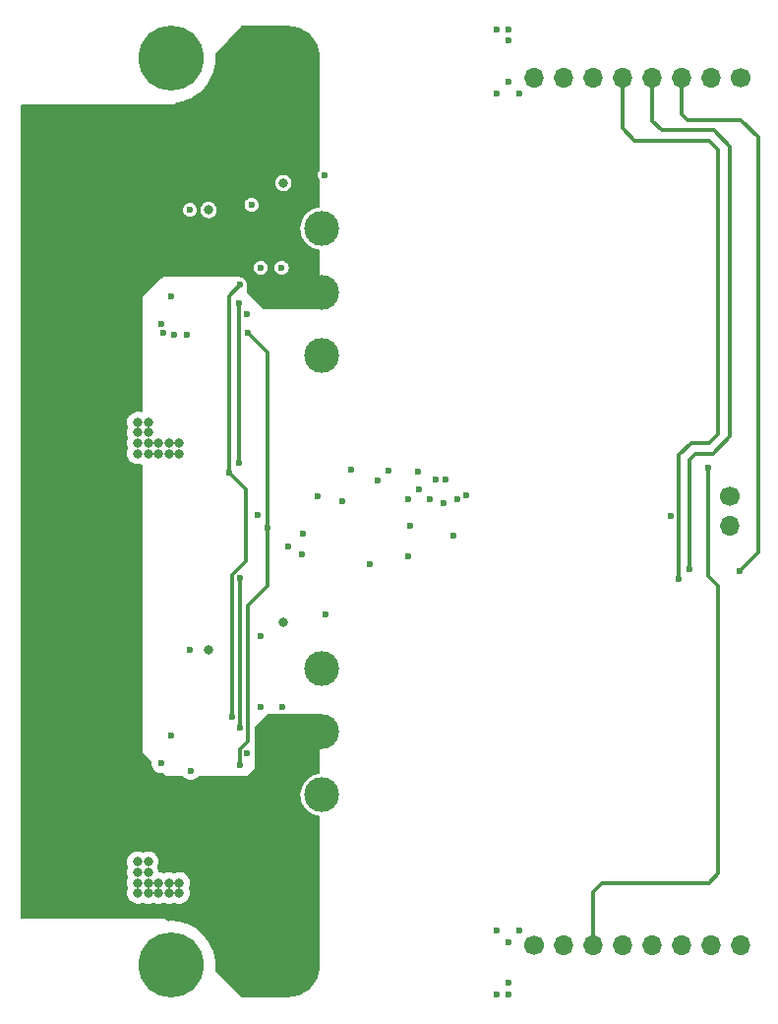
<source format=gbr>
%TF.GenerationSoftware,KiCad,Pcbnew,(6.0.1-0)*%
%TF.CreationDate,2024-02-14T13:59:27+01:00*%
%TF.ProjectId,dcload-power-board,64636c6f-6164-42d7-906f-7765722d626f,rev?*%
%TF.SameCoordinates,Original*%
%TF.FileFunction,Copper,L4,Bot*%
%TF.FilePolarity,Positive*%
%FSLAX46Y46*%
G04 Gerber Fmt 4.6, Leading zero omitted, Abs format (unit mm)*
G04 Created by KiCad (PCBNEW (6.0.1-0)) date 2024-02-14 13:59:27*
%MOMM*%
%LPD*%
G01*
G04 APERTURE LIST*
%TA.AperFunction,ComponentPad*%
%ADD10C,3.000000*%
%TD*%
%TA.AperFunction,ComponentPad*%
%ADD11C,5.600000*%
%TD*%
%TA.AperFunction,ComponentPad*%
%ADD12C,1.700000*%
%TD*%
%TA.AperFunction,ComponentPad*%
%ADD13O,1.700000X1.700000*%
%TD*%
%TA.AperFunction,ViaPad*%
%ADD14C,0.600000*%
%TD*%
%TA.AperFunction,ViaPad*%
%ADD15C,0.800000*%
%TD*%
%TA.AperFunction,Conductor*%
%ADD16C,0.300000*%
%TD*%
G04 APERTURE END LIST*
D10*
%TO.P,Q200,1,G*%
%TO.N,/2. Current Sink 1/GATE*%
X126920000Y-70650000D03*
%TO.P,Q200,2,D*%
%TO.N,IN+*%
X126920000Y-76100000D03*
%TO.P,Q200,3,S*%
%TO.N,/2. Current Sink 1/SOURCE*%
X126920000Y-81550000D03*
%TD*%
D11*
%TO.P,H105,1,1*%
%TO.N,IN+*%
X124000000Y-134000000D03*
%TD*%
%TO.P,H106,1,1*%
%TO.N,GND*%
X114000000Y-134000000D03*
%TD*%
%TO.P,H104,1,1*%
%TO.N,GND*%
X114000000Y-56000000D03*
%TD*%
D10*
%TO.P,Q300,1,G*%
%TO.N,/3. Current Sink 2/GATE*%
X126920000Y-108450000D03*
%TO.P,Q300,2,D*%
%TO.N,IN+*%
X126920000Y-113900000D03*
%TO.P,Q300,3,S*%
%TO.N,/3. Current Sink 2/SOURCE*%
X126920000Y-119350000D03*
%TD*%
D11*
%TO.P,H103,1,1*%
%TO.N,IN+*%
X124000000Y-56000000D03*
%TD*%
D12*
%TO.P,J103,1,Pin_1*%
%TO.N,/NTC*%
X162037500Y-93692500D03*
D13*
%TO.P,J103,2,Pin_2*%
%TO.N,GND*%
X162037500Y-96232500D03*
%TD*%
D12*
%TO.P,J100,1,Pin_1*%
%TO.N,/NTC*%
X163000000Y-57700000D03*
D13*
%TO.P,J100,2,Pin_2*%
%TO.N,GND*%
X160460000Y-57700000D03*
%TO.P,J100,3,Pin_3*%
%TO.N,/EN*%
X157920000Y-57700000D03*
%TO.P,J100,4,Pin_4*%
%TO.N,/ISET*%
X155380000Y-57700000D03*
%TO.P,J100,5,Pin_5*%
%TO.N,/ISEN2*%
X152840000Y-57700000D03*
%TO.P,J100,6,Pin_6*%
%TO.N,/ISEN1*%
X150300000Y-57700000D03*
%TO.P,J100,7,Pin_7*%
%TO.N,GND*%
X147760000Y-57700000D03*
%TO.P,J100,8,Pin_8*%
%TO.N,+12V*%
X145220000Y-57700000D03*
%TD*%
D12*
%TO.P,J101,1,Pin_1*%
%TO.N,+12V*%
X145220000Y-132300000D03*
D13*
%TO.P,J101,2,Pin_2*%
%TO.N,GND*%
X147760000Y-132300000D03*
%TO.P,J101,3,Pin_3*%
%TO.N,/ISEN1*%
X150300000Y-132300000D03*
%TO.P,J101,4,Pin_4*%
%TO.N,/ISEN2*%
X152840000Y-132300000D03*
%TO.P,J101,5,Pin_5*%
%TO.N,/ISET*%
X155380000Y-132300000D03*
%TO.P,J101,6,Pin_6*%
%TO.N,/EN*%
X157920000Y-132300000D03*
%TO.P,J101,7,Pin_7*%
%TO.N,GND*%
X160460000Y-132300000D03*
%TO.P,J101,8,Pin_8*%
%TO.N,/NTC*%
X163000000Y-132300000D03*
%TD*%
D14*
%TO.N,+5V*%
X136250000Y-93900000D03*
X135350000Y-93100000D03*
X123530000Y-111800000D03*
X123500000Y-74000000D03*
X134400000Y-93900000D03*
%TO.N,+12V*%
X114000000Y-76450000D03*
X143000000Y-132000000D03*
X132700000Y-91500000D03*
X124090000Y-98020000D03*
X142000000Y-59000000D03*
X115612500Y-106850000D03*
X114000000Y-114250000D03*
X143000000Y-58000000D03*
X131800000Y-92300000D03*
X144000000Y-59000000D03*
X142000000Y-131000000D03*
X125260000Y-98700000D03*
X139400000Y-93600000D03*
X138600000Y-93900000D03*
X144000000Y-131000000D03*
X115612500Y-69050000D03*
%TO.N,EA_OFFSET*%
X120600000Y-79600000D03*
X122300000Y-96400000D03*
X119925000Y-116750000D03*
%TO.N,/EN*%
X162900000Y-100100000D03*
%TO.N,/ISET*%
X158600000Y-99900000D03*
%TO.N,/ISEN2*%
X157700000Y-100750000D03*
X119925000Y-113524500D03*
X119925000Y-100700000D03*
%TO.N,/ISEN1*%
X119850000Y-90800000D03*
X119850000Y-77075000D03*
X160200000Y-91200000D03*
%TO.N,/ISET_BUF*%
X119925000Y-75475500D03*
X118950000Y-91650000D03*
X119275000Y-112600000D03*
D15*
%TO.N,GND*%
X112000000Y-90000000D03*
X112000000Y-89100000D03*
D14*
X126600000Y-93700000D03*
X136800000Y-92200000D03*
D15*
X112900000Y-127800000D03*
D14*
X134600000Y-96200000D03*
D15*
X111100000Y-89100000D03*
D14*
X142000000Y-136500000D03*
X115300000Y-79775000D03*
D15*
X112900000Y-126900000D03*
X112000000Y-88200000D03*
D14*
X143000000Y-54500000D03*
X115675000Y-117250000D03*
D15*
X112000000Y-125100000D03*
D14*
X127225000Y-66025000D03*
D15*
X113800000Y-89100000D03*
D14*
X137650000Y-92250000D03*
X127255000Y-103825000D03*
D15*
X112000000Y-126900000D03*
X114700000Y-126900000D03*
D14*
X120525000Y-115800000D03*
D15*
X111100000Y-126900000D03*
D14*
X142000000Y-53500000D03*
X143000000Y-53500000D03*
X125300000Y-96900000D03*
D15*
X123650000Y-66725000D03*
D14*
X135200000Y-91525000D03*
X113325000Y-79600000D03*
D15*
X113800000Y-127800000D03*
D14*
X131120000Y-99490000D03*
D15*
X111100000Y-90000000D03*
X111100000Y-88200000D03*
D14*
X120900000Y-68600000D03*
X128750000Y-94070000D03*
X114275000Y-79775000D03*
X121730000Y-111800000D03*
X129500000Y-91400000D03*
X113100000Y-78850000D03*
X120525000Y-78000000D03*
D15*
X112000000Y-127800000D03*
X112000000Y-126000000D03*
D14*
X157000000Y-95350000D03*
D15*
X111100000Y-87300000D03*
X112000000Y-87300000D03*
X117212500Y-69050000D03*
D14*
X138300000Y-97050000D03*
X113100000Y-116650000D03*
D15*
X117212500Y-106850000D03*
D14*
X134400000Y-98800000D03*
D15*
X112900000Y-90000000D03*
X111100000Y-127800000D03*
D14*
X121400000Y-95300000D03*
D15*
X114700000Y-89100000D03*
D14*
X143000000Y-136500000D03*
X121650000Y-105675000D03*
D15*
X111100000Y-126000000D03*
D14*
X121700000Y-74000000D03*
X143000000Y-135500000D03*
D15*
X113800000Y-126900000D03*
X113800000Y-90000000D03*
D14*
X137400000Y-94250000D03*
D15*
X114700000Y-90000000D03*
X114700000Y-127800000D03*
X123680000Y-104525000D03*
X112900000Y-89100000D03*
X111100000Y-125100000D03*
%TD*%
D16*
%TO.N,EA_OFFSET*%
X120600000Y-114750000D02*
X119925000Y-115425000D01*
X122300000Y-96400000D02*
X122300000Y-101350000D01*
X122300000Y-81300000D02*
X120600000Y-79600000D01*
X120600000Y-103050000D02*
X120600000Y-114750000D01*
X119925000Y-115425000D02*
X119925000Y-116750000D01*
X122300000Y-96400000D02*
X122300000Y-81300000D01*
X122300000Y-101350000D02*
X120600000Y-103050000D01*
%TO.N,/EN*%
X164500000Y-98500000D02*
X164500000Y-62800000D01*
X158400000Y-61300000D02*
X157920000Y-60820000D01*
X162900000Y-100100000D02*
X164500000Y-98500000D01*
X163000000Y-61300000D02*
X158400000Y-61300000D01*
X157920000Y-60820000D02*
X157920000Y-57700000D01*
X164500000Y-62800000D02*
X163000000Y-61300000D01*
%TO.N,/ISET*%
X162100000Y-88500000D02*
X162100000Y-63600000D01*
X160600000Y-90000000D02*
X162100000Y-88500000D01*
X158600000Y-90500000D02*
X159100000Y-90000000D01*
X159100000Y-90000000D02*
X160600000Y-90000000D01*
X158600000Y-99900000D02*
X158600000Y-90500000D01*
X162100000Y-63600000D02*
X160700000Y-62200000D01*
X155380000Y-61380000D02*
X155380000Y-57700000D01*
X156200000Y-62200000D02*
X155380000Y-61380000D01*
X160700000Y-62200000D02*
X156200000Y-62200000D01*
%TO.N,/ISEN2*%
X157700000Y-100750000D02*
X157700000Y-90150000D01*
X119925000Y-100700000D02*
X119925000Y-113524500D01*
X161100000Y-63900000D02*
X160300000Y-63100000D01*
X161100000Y-88300000D02*
X161100000Y-63900000D01*
X157700000Y-90150000D02*
X158750000Y-89100000D01*
X160300000Y-89100000D02*
X161100000Y-88300000D01*
X153900000Y-63100000D02*
X152840000Y-62040000D01*
X160300000Y-63100000D02*
X153900000Y-63100000D01*
X158750000Y-89100000D02*
X160300000Y-89100000D01*
X152840000Y-62040000D02*
X152840000Y-57700000D01*
%TO.N,/ISEN1*%
X160300000Y-126900000D02*
X151100000Y-126900000D01*
X119850000Y-77075000D02*
X119850000Y-90800000D01*
X161100000Y-101400000D02*
X161100000Y-126100000D01*
X150300000Y-127700000D02*
X150300000Y-132300000D01*
X161100000Y-126100000D02*
X160300000Y-126900000D01*
X151100000Y-126900000D02*
X150300000Y-127700000D01*
X160200000Y-100500000D02*
X161100000Y-101400000D01*
X160200000Y-91200000D02*
X160200000Y-100500000D01*
%TO.N,/ISET_BUF*%
X120400000Y-99275000D02*
X120400000Y-93100000D01*
X119925000Y-75475500D02*
X118950000Y-76450500D01*
X119275000Y-100400000D02*
X120400000Y-99275000D01*
X119275000Y-112600000D02*
X119275000Y-100400000D01*
X120400000Y-93100000D02*
X118950000Y-91650000D01*
X118950000Y-76450500D02*
X118950000Y-91650000D01*
%TD*%
%TA.AperFunction,Conductor*%
%TO.N,IN+*%
G36*
X126800000Y-65541862D02*
G01*
X126780038Y-65616362D01*
X126769210Y-65632567D01*
X126700464Y-65722159D01*
X126639956Y-65868238D01*
X126619318Y-66025000D01*
X126620593Y-66034685D01*
X126635977Y-66151535D01*
X126639956Y-66181762D01*
X126700464Y-66327841D01*
X126706410Y-66335590D01*
X126769210Y-66417433D01*
X126798725Y-66488690D01*
X126800000Y-66508138D01*
X126800000Y-68719054D01*
X126780038Y-68793554D01*
X126725500Y-68848092D01*
X126671093Y-68866693D01*
X126544605Y-68883907D01*
X126539301Y-68885453D01*
X126539296Y-68885454D01*
X126292985Y-68957246D01*
X126292977Y-68957249D01*
X126287683Y-68958792D01*
X126250521Y-68975924D01*
X126068357Y-69059903D01*
X126044652Y-69070831D01*
X125971808Y-69118590D01*
X125825481Y-69214526D01*
X125825477Y-69214529D01*
X125820851Y-69217562D01*
X125621197Y-69395760D01*
X125450075Y-69601512D01*
X125417204Y-69655682D01*
X125314113Y-69825569D01*
X125314110Y-69825576D01*
X125311244Y-69830298D01*
X125207755Y-70077091D01*
X125141881Y-70336470D01*
X125115070Y-70602736D01*
X125127909Y-70870041D01*
X125180118Y-71132512D01*
X125270549Y-71384383D01*
X125397215Y-71620121D01*
X125557335Y-71834547D01*
X125747390Y-72022950D01*
X125751843Y-72026215D01*
X125751850Y-72026221D01*
X125958743Y-72177921D01*
X125958749Y-72177925D01*
X125963205Y-72181192D01*
X125968098Y-72183766D01*
X125968099Y-72183767D01*
X126195142Y-72303221D01*
X126195147Y-72303223D01*
X126200039Y-72305797D01*
X126205260Y-72307620D01*
X126205264Y-72307622D01*
X126306421Y-72342947D01*
X126452690Y-72394026D01*
X126542473Y-72411072D01*
X126678793Y-72436954D01*
X126748262Y-72470462D01*
X126791669Y-72534216D01*
X126800000Y-72583339D01*
X126800000Y-77451000D01*
X126780038Y-77525500D01*
X126725500Y-77580038D01*
X126651000Y-77600000D01*
X121964748Y-77600000D01*
X121890248Y-77580038D01*
X121855821Y-77552665D01*
X120540073Y-76142935D01*
X120503834Y-76074851D01*
X120500000Y-76041270D01*
X120500000Y-75684438D01*
X120505077Y-75645876D01*
X120506308Y-75641282D01*
X120510044Y-75632262D01*
X120530682Y-75475500D01*
X120510044Y-75318738D01*
X120449536Y-75172659D01*
X120353282Y-75047218D01*
X120227841Y-74950964D01*
X120081762Y-74890456D01*
X120072081Y-74889181D01*
X120072079Y-74889181D01*
X120051091Y-74886418D01*
X120037599Y-74884642D01*
X119961658Y-74851382D01*
X119915069Y-74812557D01*
X119915068Y-74812556D01*
X119900000Y-74800000D01*
X113300000Y-74800000D01*
X113292367Y-74807301D01*
X113146082Y-74947226D01*
X111500000Y-76521739D01*
X111500000Y-74000000D01*
X121094318Y-74000000D01*
X121114956Y-74156762D01*
X121175464Y-74302841D01*
X121271718Y-74428282D01*
X121397159Y-74524536D01*
X121543238Y-74585044D01*
X121552919Y-74586319D01*
X121552921Y-74586319D01*
X121690315Y-74604407D01*
X121700000Y-74605682D01*
X121709685Y-74604407D01*
X121847079Y-74586319D01*
X121847081Y-74586319D01*
X121856762Y-74585044D01*
X122002841Y-74524536D01*
X122128282Y-74428282D01*
X122224536Y-74302841D01*
X122285044Y-74156762D01*
X122305682Y-74000000D01*
X122894318Y-74000000D01*
X122914956Y-74156762D01*
X122975464Y-74302841D01*
X123071718Y-74428282D01*
X123197159Y-74524536D01*
X123343238Y-74585044D01*
X123352919Y-74586319D01*
X123352921Y-74586319D01*
X123490315Y-74604407D01*
X123500000Y-74605682D01*
X123509685Y-74604407D01*
X123647079Y-74586319D01*
X123647081Y-74586319D01*
X123656762Y-74585044D01*
X123802841Y-74524536D01*
X123928282Y-74428282D01*
X124024536Y-74302841D01*
X124085044Y-74156762D01*
X124105682Y-74000000D01*
X124085044Y-73843238D01*
X124024536Y-73697159D01*
X123928282Y-73571718D01*
X123802841Y-73475464D01*
X123656762Y-73414956D01*
X123647081Y-73413681D01*
X123647079Y-73413681D01*
X123509685Y-73395593D01*
X123500000Y-73394318D01*
X123490315Y-73395593D01*
X123352921Y-73413681D01*
X123352919Y-73413681D01*
X123343238Y-73414956D01*
X123197159Y-73475464D01*
X123071718Y-73571718D01*
X122975464Y-73697159D01*
X122914956Y-73843238D01*
X122894318Y-74000000D01*
X122305682Y-74000000D01*
X122285044Y-73843238D01*
X122224536Y-73697159D01*
X122128282Y-73571718D01*
X122002841Y-73475464D01*
X121856762Y-73414956D01*
X121847081Y-73413681D01*
X121847079Y-73413681D01*
X121709685Y-73395593D01*
X121700000Y-73394318D01*
X121690315Y-73395593D01*
X121552921Y-73413681D01*
X121552919Y-73413681D01*
X121543238Y-73414956D01*
X121397159Y-73475464D01*
X121271718Y-73571718D01*
X121175464Y-73697159D01*
X121114956Y-73843238D01*
X121094318Y-74000000D01*
X111500000Y-74000000D01*
X111500000Y-69050000D01*
X115006818Y-69050000D01*
X115008093Y-69059685D01*
X115024765Y-69186319D01*
X115027456Y-69206762D01*
X115031193Y-69215784D01*
X115038173Y-69232634D01*
X115087964Y-69352841D01*
X115184218Y-69478282D01*
X115309659Y-69574536D01*
X115455738Y-69635044D01*
X115465419Y-69636319D01*
X115465421Y-69636319D01*
X115602815Y-69654407D01*
X115612500Y-69655682D01*
X115622185Y-69654407D01*
X115759579Y-69636319D01*
X115759581Y-69636319D01*
X115769262Y-69635044D01*
X115915341Y-69574536D01*
X116040782Y-69478282D01*
X116137036Y-69352841D01*
X116186828Y-69232634D01*
X116193807Y-69215784D01*
X116197544Y-69206762D01*
X116200236Y-69186319D01*
X116214943Y-69074603D01*
X116223336Y-69054340D01*
X116219774Y-69041044D01*
X116501356Y-69041044D01*
X116510768Y-69077700D01*
X116525499Y-69211135D01*
X116528587Y-69219572D01*
X116528587Y-69219574D01*
X116536417Y-69240969D01*
X116583766Y-69370356D01*
X116588775Y-69377811D01*
X116588776Y-69377812D01*
X116656289Y-69478282D01*
X116678330Y-69511083D01*
X116684972Y-69517126D01*
X116684973Y-69517128D01*
X116773033Y-69597256D01*
X116803733Y-69625191D01*
X116811628Y-69629478D01*
X116811630Y-69629479D01*
X116944844Y-69701808D01*
X116944847Y-69701809D01*
X116952735Y-69706092D01*
X116990243Y-69715932D01*
X117108049Y-69746838D01*
X117108051Y-69746838D01*
X117116733Y-69749116D01*
X117125709Y-69749257D01*
X117277281Y-69751638D01*
X117286260Y-69751779D01*
X117451529Y-69713928D01*
X117602998Y-69637747D01*
X117624779Y-69619144D01*
X117725094Y-69533467D01*
X117725096Y-69533465D01*
X117731923Y-69527634D01*
X117772954Y-69470533D01*
X117825624Y-69397236D01*
X117825626Y-69397232D01*
X117830861Y-69389947D01*
X117849405Y-69343817D01*
X117890751Y-69240969D01*
X117890752Y-69240964D01*
X117894101Y-69232634D01*
X117917990Y-69064778D01*
X117918145Y-69050000D01*
X117897776Y-68881680D01*
X117837845Y-68723077D01*
X117753256Y-68600000D01*
X120294318Y-68600000D01*
X120295593Y-68609685D01*
X120312672Y-68739410D01*
X120314956Y-68756762D01*
X120375464Y-68902841D01*
X120471718Y-69028282D01*
X120597159Y-69124536D01*
X120743238Y-69185044D01*
X120752919Y-69186319D01*
X120752921Y-69186319D01*
X120890315Y-69204407D01*
X120900000Y-69205682D01*
X120909685Y-69204407D01*
X121047079Y-69186319D01*
X121047081Y-69186319D01*
X121056762Y-69185044D01*
X121202841Y-69124536D01*
X121328282Y-69028282D01*
X121424536Y-68902841D01*
X121485044Y-68756762D01*
X121487329Y-68739410D01*
X121504407Y-68609685D01*
X121505682Y-68600000D01*
X121488090Y-68466375D01*
X121486319Y-68452921D01*
X121486319Y-68452919D01*
X121485044Y-68443238D01*
X121446390Y-68349919D01*
X121428274Y-68306183D01*
X121428274Y-68306182D01*
X121424536Y-68297159D01*
X121328282Y-68171718D01*
X121202841Y-68075464D01*
X121056762Y-68014956D01*
X121047081Y-68013681D01*
X121047079Y-68013681D01*
X120909685Y-67995593D01*
X120900000Y-67994318D01*
X120890315Y-67995593D01*
X120752921Y-68013681D01*
X120752919Y-68013681D01*
X120743238Y-68014956D01*
X120597159Y-68075464D01*
X120471718Y-68171718D01*
X120375464Y-68297159D01*
X120371726Y-68306182D01*
X120371726Y-68306183D01*
X120353610Y-68349919D01*
X120314956Y-68443238D01*
X120313681Y-68452919D01*
X120313681Y-68452921D01*
X120311910Y-68466375D01*
X120294318Y-68600000D01*
X117753256Y-68600000D01*
X117741812Y-68583349D01*
X117735104Y-68577372D01*
X117621928Y-68476535D01*
X117621924Y-68476532D01*
X117615221Y-68470560D01*
X117607283Y-68466357D01*
X117607280Y-68466355D01*
X117473323Y-68395429D01*
X117465381Y-68391224D01*
X117456668Y-68389035D01*
X117456667Y-68389035D01*
X117384191Y-68370830D01*
X117300941Y-68349919D01*
X117196502Y-68349372D01*
X117140373Y-68349078D01*
X117131395Y-68349031D01*
X117122664Y-68351127D01*
X117122665Y-68351127D01*
X116975265Y-68386515D01*
X116975262Y-68386516D01*
X116966532Y-68388612D01*
X116958553Y-68392730D01*
X116958551Y-68392731D01*
X116823853Y-68462254D01*
X116815869Y-68466375D01*
X116809102Y-68472279D01*
X116809098Y-68472281D01*
X116694873Y-68571926D01*
X116688104Y-68577831D01*
X116590613Y-68716547D01*
X116529024Y-68874513D01*
X116509776Y-69020716D01*
X116501356Y-69041044D01*
X116219774Y-69041044D01*
X116214327Y-69020716D01*
X116198819Y-68902920D01*
X116198818Y-68902917D01*
X116197544Y-68893238D01*
X116189788Y-68874513D01*
X116140774Y-68756183D01*
X116140774Y-68756182D01*
X116137036Y-68747159D01*
X116040782Y-68621718D01*
X115915341Y-68525464D01*
X115769262Y-68464956D01*
X115759581Y-68463681D01*
X115759579Y-68463681D01*
X115622185Y-68445593D01*
X115612500Y-68444318D01*
X115602815Y-68445593D01*
X115465421Y-68463681D01*
X115465419Y-68463681D01*
X115455738Y-68464956D01*
X115309659Y-68525464D01*
X115184218Y-68621718D01*
X115087964Y-68747159D01*
X115084226Y-68756182D01*
X115084226Y-68756183D01*
X115035212Y-68874513D01*
X115027456Y-68893238D01*
X115026181Y-68902919D01*
X115026181Y-68902921D01*
X115019029Y-68957246D01*
X115006818Y-69050000D01*
X111500000Y-69050000D01*
X111500000Y-66717611D01*
X122944394Y-66717611D01*
X122962999Y-66886135D01*
X122966087Y-66894572D01*
X122966087Y-66894574D01*
X122973917Y-66915969D01*
X123021266Y-67045356D01*
X123026275Y-67052811D01*
X123026276Y-67052812D01*
X123034431Y-67064947D01*
X123115830Y-67186083D01*
X123122472Y-67192126D01*
X123122473Y-67192128D01*
X123140430Y-67208467D01*
X123241233Y-67300191D01*
X123249128Y-67304478D01*
X123249130Y-67304479D01*
X123382344Y-67376808D01*
X123382347Y-67376809D01*
X123390235Y-67381092D01*
X123427743Y-67390932D01*
X123545549Y-67421838D01*
X123545551Y-67421838D01*
X123554233Y-67424116D01*
X123563209Y-67424257D01*
X123714781Y-67426638D01*
X123723760Y-67426779D01*
X123889029Y-67388928D01*
X124040498Y-67312747D01*
X124062279Y-67294144D01*
X124162594Y-67208467D01*
X124162596Y-67208465D01*
X124169423Y-67202634D01*
X124186866Y-67178360D01*
X124263124Y-67072236D01*
X124263126Y-67072232D01*
X124268361Y-67064947D01*
X124279628Y-67036920D01*
X124328251Y-66915969D01*
X124328252Y-66915964D01*
X124331601Y-66907634D01*
X124355490Y-66739778D01*
X124355645Y-66725000D01*
X124335276Y-66556680D01*
X124275345Y-66398077D01*
X124179312Y-66258349D01*
X124172604Y-66252372D01*
X124059428Y-66151535D01*
X124059424Y-66151532D01*
X124052721Y-66145560D01*
X124044783Y-66141357D01*
X124044780Y-66141355D01*
X123910823Y-66070429D01*
X123902881Y-66066224D01*
X123894168Y-66064035D01*
X123894167Y-66064035D01*
X123821691Y-66045830D01*
X123738441Y-66024919D01*
X123634002Y-66024372D01*
X123577873Y-66024078D01*
X123568895Y-66024031D01*
X123560164Y-66026127D01*
X123560165Y-66026127D01*
X123412765Y-66061515D01*
X123412762Y-66061516D01*
X123404032Y-66063612D01*
X123396053Y-66067730D01*
X123396051Y-66067731D01*
X123390824Y-66070429D01*
X123253369Y-66141375D01*
X123246602Y-66147279D01*
X123246598Y-66147281D01*
X123241722Y-66151535D01*
X123125604Y-66252831D01*
X123028113Y-66391547D01*
X122966524Y-66549513D01*
X122944394Y-66717611D01*
X111500000Y-66717611D01*
X111500000Y-66500000D01*
X113500000Y-64500000D01*
X125000000Y-64500000D01*
X126800000Y-63000000D01*
X126800000Y-65541862D01*
G37*
%TD.AperFunction*%
%TD*%
%TA.AperFunction,Conductor*%
%TO.N,IN+*%
G36*
X124012782Y-53219962D02*
G01*
X124043641Y-53243641D01*
X126756359Y-55956359D01*
X126794923Y-56023154D01*
X126800000Y-56061718D01*
X126800000Y-63000000D01*
X125000000Y-64500000D01*
X113500000Y-64500000D01*
X111500000Y-66500000D01*
X111500000Y-86280405D01*
X111480038Y-86354905D01*
X111425500Y-86409443D01*
X111351000Y-86429405D01*
X111320021Y-86426149D01*
X111202287Y-86401124D01*
X111202286Y-86401124D01*
X111194646Y-86399500D01*
X111005354Y-86399500D01*
X110997714Y-86401124D01*
X110997713Y-86401124D01*
X110827836Y-86437232D01*
X110827833Y-86437233D01*
X110820197Y-86438856D01*
X110647270Y-86515849D01*
X110494129Y-86627112D01*
X110438403Y-86689002D01*
X110372693Y-86761979D01*
X110372689Y-86761984D01*
X110367467Y-86767784D01*
X110272821Y-86931716D01*
X110214326Y-87111744D01*
X110194540Y-87300000D01*
X110214326Y-87488256D01*
X110272821Y-87668284D01*
X110276725Y-87675046D01*
X110276726Y-87675048D01*
X110276988Y-87675502D01*
X110277079Y-87675841D01*
X110279902Y-87682182D01*
X110278898Y-87682629D01*
X110296949Y-87750002D01*
X110278898Y-87817371D01*
X110279902Y-87817818D01*
X110277079Y-87824159D01*
X110276988Y-87824498D01*
X110272821Y-87831716D01*
X110214326Y-88011744D01*
X110194540Y-88200000D01*
X110195356Y-88207764D01*
X110205709Y-88306265D01*
X110214326Y-88388256D01*
X110272821Y-88568284D01*
X110276725Y-88575046D01*
X110276726Y-88575048D01*
X110276988Y-88575502D01*
X110277079Y-88575841D01*
X110279902Y-88582182D01*
X110278898Y-88582629D01*
X110296949Y-88650002D01*
X110278898Y-88717371D01*
X110279902Y-88717818D01*
X110277079Y-88724159D01*
X110276988Y-88724498D01*
X110272821Y-88731716D01*
X110214326Y-88911744D01*
X110194540Y-89100000D01*
X110214326Y-89288256D01*
X110272821Y-89468284D01*
X110276725Y-89475046D01*
X110276726Y-89475048D01*
X110276988Y-89475502D01*
X110277079Y-89475841D01*
X110279902Y-89482182D01*
X110278898Y-89482629D01*
X110296949Y-89550002D01*
X110278898Y-89617371D01*
X110279902Y-89617818D01*
X110277079Y-89624159D01*
X110276988Y-89624498D01*
X110272821Y-89631716D01*
X110214326Y-89811744D01*
X110194540Y-90000000D01*
X110214326Y-90188256D01*
X110272821Y-90368284D01*
X110367467Y-90532216D01*
X110372689Y-90538016D01*
X110372693Y-90538021D01*
X110438403Y-90610998D01*
X110494129Y-90672888D01*
X110647270Y-90784151D01*
X110820197Y-90861144D01*
X110827833Y-90862767D01*
X110827836Y-90862768D01*
X110997713Y-90898876D01*
X110997714Y-90898876D01*
X111005354Y-90900500D01*
X111194646Y-90900500D01*
X111202286Y-90898876D01*
X111202287Y-90898876D01*
X111320021Y-90873851D01*
X111397044Y-90877888D01*
X111461729Y-90919895D01*
X111496744Y-90988616D01*
X111500000Y-91019595D01*
X111500000Y-115650000D01*
X112264685Y-116414685D01*
X112303249Y-116481480D01*
X112307151Y-116538718D01*
X112294514Y-116638753D01*
X112295326Y-116647035D01*
X112295326Y-116647039D01*
X112307627Y-116772493D01*
X112312039Y-116817486D01*
X112314667Y-116825385D01*
X112314667Y-116825387D01*
X112336765Y-116891817D01*
X112368726Y-116987896D01*
X112461759Y-117141512D01*
X112586514Y-117270699D01*
X112736789Y-117369036D01*
X112905116Y-117431636D01*
X112913371Y-117432737D01*
X112913373Y-117432738D01*
X113074875Y-117454287D01*
X113074879Y-117454287D01*
X113083130Y-117455388D01*
X113124392Y-117451633D01*
X113217341Y-117443175D01*
X113293343Y-117456304D01*
X113336203Y-117486203D01*
X113600000Y-117750000D01*
X114981710Y-117750000D01*
X115056210Y-117769962D01*
X115088891Y-117795496D01*
X115161514Y-117870699D01*
X115311789Y-117969036D01*
X115319599Y-117971941D01*
X115319600Y-117971941D01*
X115372028Y-117991439D01*
X115480116Y-118031636D01*
X115488371Y-118032737D01*
X115488373Y-118032738D01*
X115649875Y-118054287D01*
X115649879Y-118054287D01*
X115658130Y-118055388D01*
X115747555Y-118047250D01*
X115828688Y-118039867D01*
X115828691Y-118039866D01*
X115836981Y-118039112D01*
X115868927Y-118028732D01*
X115999855Y-117986191D01*
X115999858Y-117986190D01*
X116007782Y-117983615D01*
X116162044Y-117891657D01*
X116267640Y-117791099D01*
X116335357Y-117754178D01*
X116370393Y-117750000D01*
X120500000Y-117750000D01*
X126800000Y-124500000D01*
X126800000Y-133938282D01*
X126780038Y-134012782D01*
X126756359Y-134043641D01*
X124043641Y-136756359D01*
X123976846Y-136794923D01*
X123938282Y-136800000D01*
X120063757Y-136800000D01*
X119989257Y-136780038D01*
X119955977Y-136753881D01*
X117900000Y-134600000D01*
X117899916Y-134599912D01*
X117885514Y-134584855D01*
X117824302Y-134520861D01*
X117787232Y-134453228D01*
X117783223Y-134409293D01*
X117783451Y-134405348D01*
X117805291Y-134026566D01*
X117805384Y-134000000D01*
X117785903Y-133615442D01*
X117727660Y-133234821D01*
X117724297Y-133221814D01*
X117632196Y-132865688D01*
X117632194Y-132865683D01*
X117631251Y-132862035D01*
X117610234Y-132805217D01*
X117498974Y-132504445D01*
X117497663Y-132500900D01*
X117328264Y-132155113D01*
X117124788Y-131828216D01*
X116989132Y-131652697D01*
X116891631Y-131526545D01*
X116891628Y-131526541D01*
X116889319Y-131523554D01*
X116703169Y-131327393D01*
X116626861Y-131246981D01*
X116626856Y-131246976D01*
X116624267Y-131244248D01*
X116332347Y-130993157D01*
X116329265Y-130991007D01*
X116329256Y-130991000D01*
X116019639Y-130775009D01*
X116016546Y-130772851D01*
X115680099Y-130585587D01*
X115326450Y-130433282D01*
X114959221Y-130317495D01*
X114800343Y-130284593D01*
X114585861Y-130240176D01*
X114585854Y-130240175D01*
X114582170Y-130239412D01*
X114578428Y-130239025D01*
X114578426Y-130239025D01*
X114518178Y-130232799D01*
X114199158Y-130199831D01*
X114195395Y-130199824D01*
X114195387Y-130199824D01*
X114005844Y-130199494D01*
X113814108Y-130199159D01*
X113773543Y-130203208D01*
X113697428Y-130190744D01*
X113651071Y-130157937D01*
X113513561Y-130014177D01*
X113513560Y-130014176D01*
X113500000Y-130000000D01*
X101149000Y-130000000D01*
X101074500Y-129980038D01*
X101019962Y-129925500D01*
X101000000Y-129851000D01*
X101000000Y-127800000D01*
X110194540Y-127800000D01*
X110214326Y-127988256D01*
X110272821Y-128168284D01*
X110367467Y-128332216D01*
X110372689Y-128338016D01*
X110372693Y-128338021D01*
X110438403Y-128410998D01*
X110494129Y-128472888D01*
X110647270Y-128584151D01*
X110820197Y-128661144D01*
X110827833Y-128662767D01*
X110827836Y-128662768D01*
X110997713Y-128698876D01*
X110997714Y-128698876D01*
X111005354Y-128700500D01*
X111194646Y-128700500D01*
X111202286Y-128698876D01*
X111202287Y-128698876D01*
X111287224Y-128680822D01*
X111379803Y-128661144D01*
X111386935Y-128657969D01*
X111386943Y-128657966D01*
X111489396Y-128612350D01*
X111565574Y-128600284D01*
X111610604Y-128612350D01*
X111713057Y-128657966D01*
X111713065Y-128657969D01*
X111720197Y-128661144D01*
X111812776Y-128680822D01*
X111897713Y-128698876D01*
X111897714Y-128698876D01*
X111905354Y-128700500D01*
X112094646Y-128700500D01*
X112102286Y-128698876D01*
X112102287Y-128698876D01*
X112187224Y-128680822D01*
X112279803Y-128661144D01*
X112286935Y-128657969D01*
X112286943Y-128657966D01*
X112389396Y-128612350D01*
X112465574Y-128600284D01*
X112510604Y-128612350D01*
X112613057Y-128657966D01*
X112613065Y-128657969D01*
X112620197Y-128661144D01*
X112712776Y-128680822D01*
X112797713Y-128698876D01*
X112797714Y-128698876D01*
X112805354Y-128700500D01*
X112994646Y-128700500D01*
X113002286Y-128698876D01*
X113002287Y-128698876D01*
X113087224Y-128680822D01*
X113179803Y-128661144D01*
X113186935Y-128657969D01*
X113186943Y-128657966D01*
X113289396Y-128612350D01*
X113365574Y-128600284D01*
X113410604Y-128612350D01*
X113513057Y-128657966D01*
X113513065Y-128657969D01*
X113520197Y-128661144D01*
X113612776Y-128680822D01*
X113697713Y-128698876D01*
X113697714Y-128698876D01*
X113705354Y-128700500D01*
X113894646Y-128700500D01*
X113902286Y-128698876D01*
X113902287Y-128698876D01*
X113987224Y-128680822D01*
X114079803Y-128661144D01*
X114086935Y-128657969D01*
X114086943Y-128657966D01*
X114189396Y-128612350D01*
X114265574Y-128600284D01*
X114310604Y-128612350D01*
X114413057Y-128657966D01*
X114413065Y-128657969D01*
X114420197Y-128661144D01*
X114512776Y-128680822D01*
X114597713Y-128698876D01*
X114597714Y-128698876D01*
X114605354Y-128700500D01*
X114794646Y-128700500D01*
X114802286Y-128698876D01*
X114802287Y-128698876D01*
X114972164Y-128662768D01*
X114972167Y-128662767D01*
X114979803Y-128661144D01*
X115152730Y-128584151D01*
X115305871Y-128472888D01*
X115361597Y-128410998D01*
X115427307Y-128338021D01*
X115427311Y-128338016D01*
X115432533Y-128332216D01*
X115527179Y-128168284D01*
X115585674Y-127988256D01*
X115605460Y-127800000D01*
X115585674Y-127611744D01*
X115527179Y-127431716D01*
X115523012Y-127424498D01*
X115522921Y-127424159D01*
X115520098Y-127417818D01*
X115521102Y-127417371D01*
X115503051Y-127349998D01*
X115521102Y-127282629D01*
X115520098Y-127282182D01*
X115522921Y-127275841D01*
X115523012Y-127275502D01*
X115523274Y-127275048D01*
X115523275Y-127275046D01*
X115527179Y-127268284D01*
X115585674Y-127088256D01*
X115605460Y-126900000D01*
X115585674Y-126711744D01*
X115527179Y-126531716D01*
X115450898Y-126399593D01*
X115436438Y-126374547D01*
X115436436Y-126374544D01*
X115432533Y-126367784D01*
X115427311Y-126361984D01*
X115427307Y-126361979D01*
X115328487Y-126252230D01*
X115305871Y-126227112D01*
X115152730Y-126115849D01*
X114979803Y-126038856D01*
X114972167Y-126037233D01*
X114972164Y-126037232D01*
X114802287Y-126001124D01*
X114802286Y-126001124D01*
X114794646Y-125999500D01*
X114605354Y-125999500D01*
X114597714Y-126001124D01*
X114597713Y-126001124D01*
X114512775Y-126019178D01*
X114420197Y-126038856D01*
X114413065Y-126042031D01*
X114413057Y-126042034D01*
X114310604Y-126087650D01*
X114234426Y-126099716D01*
X114189396Y-126087650D01*
X114086943Y-126042034D01*
X114086935Y-126042031D01*
X114079803Y-126038856D01*
X113987225Y-126019178D01*
X113902287Y-126001124D01*
X113902286Y-126001124D01*
X113894646Y-125999500D01*
X113705354Y-125999500D01*
X113697714Y-126001124D01*
X113697713Y-126001124D01*
X113612775Y-126019178D01*
X113520197Y-126038856D01*
X113513065Y-126042031D01*
X113513057Y-126042034D01*
X113410604Y-126087650D01*
X113334426Y-126099716D01*
X113289396Y-126087650D01*
X113186943Y-126042034D01*
X113186935Y-126042031D01*
X113179803Y-126038856D01*
X113172164Y-126037232D01*
X113172160Y-126037231D01*
X113009259Y-126002606D01*
X112940537Y-125967591D01*
X112898530Y-125902906D01*
X112892053Y-125872437D01*
X112886491Y-125819514D01*
X112886490Y-125819510D01*
X112885674Y-125811744D01*
X112827179Y-125631716D01*
X112823012Y-125624498D01*
X112822921Y-125624159D01*
X112820098Y-125617818D01*
X112821102Y-125617371D01*
X112803051Y-125549998D01*
X112821102Y-125482629D01*
X112820098Y-125482182D01*
X112822921Y-125475841D01*
X112823012Y-125475502D01*
X112823274Y-125475048D01*
X112823275Y-125475046D01*
X112827179Y-125468284D01*
X112885674Y-125288256D01*
X112905460Y-125100000D01*
X112885674Y-124911744D01*
X112827179Y-124731716D01*
X112732533Y-124567784D01*
X112727311Y-124561984D01*
X112727307Y-124561979D01*
X112661597Y-124489002D01*
X112605871Y-124427112D01*
X112452730Y-124315849D01*
X112279803Y-124238856D01*
X112272167Y-124237233D01*
X112272164Y-124237232D01*
X112102287Y-124201124D01*
X112102286Y-124201124D01*
X112094646Y-124199500D01*
X111905354Y-124199500D01*
X111897714Y-124201124D01*
X111897713Y-124201124D01*
X111812776Y-124219178D01*
X111720197Y-124238856D01*
X111713065Y-124242031D01*
X111713057Y-124242034D01*
X111610604Y-124287650D01*
X111534426Y-124299716D01*
X111489396Y-124287650D01*
X111386943Y-124242034D01*
X111386935Y-124242031D01*
X111379803Y-124238856D01*
X111287224Y-124219178D01*
X111202287Y-124201124D01*
X111202286Y-124201124D01*
X111194646Y-124199500D01*
X111005354Y-124199500D01*
X110997714Y-124201124D01*
X110997713Y-124201124D01*
X110827836Y-124237232D01*
X110827833Y-124237233D01*
X110820197Y-124238856D01*
X110647270Y-124315849D01*
X110494129Y-124427112D01*
X110438403Y-124489002D01*
X110372693Y-124561979D01*
X110372689Y-124561984D01*
X110367467Y-124567784D01*
X110272821Y-124731716D01*
X110214326Y-124911744D01*
X110194540Y-125100000D01*
X110214326Y-125288256D01*
X110272821Y-125468284D01*
X110276725Y-125475046D01*
X110276726Y-125475048D01*
X110276988Y-125475502D01*
X110277079Y-125475841D01*
X110279902Y-125482182D01*
X110278898Y-125482629D01*
X110296949Y-125550002D01*
X110278898Y-125617371D01*
X110279902Y-125617818D01*
X110277079Y-125624159D01*
X110276988Y-125624498D01*
X110272821Y-125631716D01*
X110214326Y-125811744D01*
X110194540Y-126000000D01*
X110195356Y-126007764D01*
X110205709Y-126106265D01*
X110214326Y-126188256D01*
X110272821Y-126368284D01*
X110276725Y-126375046D01*
X110276726Y-126375048D01*
X110276988Y-126375502D01*
X110277079Y-126375841D01*
X110279902Y-126382182D01*
X110278898Y-126382629D01*
X110296949Y-126450002D01*
X110278898Y-126517371D01*
X110279902Y-126517818D01*
X110277079Y-126524159D01*
X110276988Y-126524498D01*
X110272821Y-126531716D01*
X110214326Y-126711744D01*
X110194540Y-126900000D01*
X110214326Y-127088256D01*
X110272821Y-127268284D01*
X110276725Y-127275046D01*
X110276726Y-127275048D01*
X110276988Y-127275502D01*
X110277079Y-127275841D01*
X110279902Y-127282182D01*
X110278898Y-127282629D01*
X110296949Y-127350002D01*
X110278898Y-127417371D01*
X110279902Y-127417818D01*
X110277079Y-127424159D01*
X110276988Y-127424498D01*
X110272821Y-127431716D01*
X110214326Y-127611744D01*
X110194540Y-127800000D01*
X101000000Y-127800000D01*
X101000000Y-60149000D01*
X101019962Y-60074500D01*
X101074500Y-60019962D01*
X101149000Y-60000000D01*
X114300000Y-60000000D01*
X114446868Y-59819562D01*
X114509379Y-59774385D01*
X114548140Y-59765308D01*
X114555902Y-59764561D01*
X114794683Y-59716848D01*
X114929797Y-59689850D01*
X114929802Y-59689849D01*
X114933489Y-59689112D01*
X115148903Y-59622842D01*
X115297917Y-59576999D01*
X115297920Y-59576998D01*
X115301518Y-59575891D01*
X115612565Y-59444500D01*
X115652753Y-59427524D01*
X115652754Y-59427523D01*
X115656221Y-59426059D01*
X115993968Y-59241148D01*
X116311298Y-59023053D01*
X116426524Y-58925335D01*
X116602095Y-58776440D01*
X116602096Y-58776439D01*
X116604965Y-58774006D01*
X116621691Y-58756625D01*
X116869344Y-58499276D01*
X116869349Y-58499270D01*
X116871960Y-58496557D01*
X117109550Y-58193546D01*
X117315303Y-57868077D01*
X117487112Y-57523482D01*
X117623218Y-57163288D01*
X117633331Y-57125283D01*
X117721258Y-56794825D01*
X117722227Y-56791184D01*
X117783126Y-56410979D01*
X117805291Y-56026566D01*
X117805384Y-56000000D01*
X117802596Y-55944967D01*
X117793786Y-55771042D01*
X117809953Y-55695628D01*
X117830739Y-55665070D01*
X119955502Y-53250566D01*
X120019704Y-53207826D01*
X120067358Y-53200000D01*
X123938282Y-53200000D01*
X124012782Y-53219962D01*
G37*
%TD.AperFunction*%
%TD*%
%TA.AperFunction,Conductor*%
%TO.N,IN+*%
G36*
X123496524Y-112401275D02*
G01*
X123530000Y-112405682D01*
X123563476Y-112401275D01*
X123582922Y-112400000D01*
X126935252Y-112400000D01*
X127009752Y-112419962D01*
X127044179Y-112447335D01*
X128298560Y-113791315D01*
X128334799Y-113859399D01*
X128332141Y-113936481D01*
X128291540Y-114001681D01*
X126800000Y-115400000D01*
X126800000Y-117419054D01*
X126780038Y-117493554D01*
X126725500Y-117548092D01*
X126671093Y-117566693D01*
X126544605Y-117583907D01*
X126539301Y-117585453D01*
X126539296Y-117585454D01*
X126292985Y-117657246D01*
X126292977Y-117657249D01*
X126287683Y-117658792D01*
X126044652Y-117770831D01*
X125946916Y-117834910D01*
X125825481Y-117914526D01*
X125825477Y-117914529D01*
X125820851Y-117917562D01*
X125621197Y-118095760D01*
X125450075Y-118301512D01*
X125410653Y-118366477D01*
X125314113Y-118525569D01*
X125314110Y-118525576D01*
X125311244Y-118530298D01*
X125207755Y-118777091D01*
X125141881Y-119036470D01*
X125115070Y-119302736D01*
X125127909Y-119570041D01*
X125180118Y-119832512D01*
X125270549Y-120084383D01*
X125397215Y-120320121D01*
X125557335Y-120534547D01*
X125747390Y-120722950D01*
X125751843Y-120726215D01*
X125751850Y-120726221D01*
X125958743Y-120877921D01*
X125958749Y-120877925D01*
X125963205Y-120881192D01*
X125968098Y-120883766D01*
X125968099Y-120883767D01*
X126195142Y-121003221D01*
X126195147Y-121003223D01*
X126200039Y-121005797D01*
X126205260Y-121007620D01*
X126205264Y-121007622D01*
X126306421Y-121042947D01*
X126452690Y-121094026D01*
X126542473Y-121111072D01*
X126678793Y-121136954D01*
X126748262Y-121170462D01*
X126791669Y-121234216D01*
X126800000Y-121283339D01*
X126800000Y-124500000D01*
X120500000Y-117750000D01*
X121150000Y-117100000D01*
X121150000Y-113563666D01*
X121169962Y-113489166D01*
X121196008Y-113455992D01*
X122256796Y-112441326D01*
X122324431Y-112404256D01*
X122359788Y-112400000D01*
X123477078Y-112400000D01*
X123496524Y-112401275D01*
G37*
%TD.AperFunction*%
%TD*%
M02*

</source>
